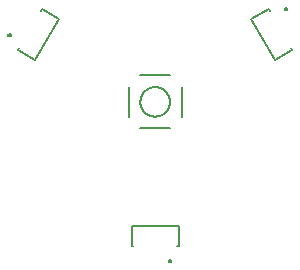
<source format=gto>
G04 EAGLE Gerber RS-274X export*
G75*
%MOMM*%
%FSLAX34Y34*%
%LPD*%
%INTop Silkscreen*%
%IPPOS*%
%AMOC8*
5,1,8,0,0,1.08239X$1,22.5*%
G01*
%ADD10C,0.152400*%
%ADD11C,0.127000*%
%ADD12C,0.200000*%


D10*
X187820Y177500D02*
X212820Y177500D01*
X222820Y167500D02*
X222820Y142500D01*
X177820Y142500D02*
X177820Y167500D01*
X187820Y132500D02*
X212820Y132500D01*
X187820Y155000D02*
X187824Y155307D01*
X187835Y155613D01*
X187854Y155920D01*
X187880Y156225D01*
X187914Y156530D01*
X187955Y156834D01*
X188004Y157137D01*
X188060Y157439D01*
X188124Y157739D01*
X188195Y158037D01*
X188273Y158334D01*
X188358Y158629D01*
X188451Y158921D01*
X188551Y159211D01*
X188658Y159499D01*
X188772Y159784D01*
X188892Y160066D01*
X189020Y160344D01*
X189155Y160620D01*
X189296Y160892D01*
X189444Y161161D01*
X189598Y161426D01*
X189759Y161687D01*
X189927Y161945D01*
X190100Y162198D01*
X190280Y162446D01*
X190466Y162690D01*
X190657Y162930D01*
X190855Y163165D01*
X191058Y163394D01*
X191267Y163619D01*
X191481Y163839D01*
X191701Y164053D01*
X191926Y164262D01*
X192155Y164465D01*
X192390Y164663D01*
X192630Y164854D01*
X192874Y165040D01*
X193122Y165220D01*
X193375Y165393D01*
X193633Y165561D01*
X193894Y165722D01*
X194159Y165876D01*
X194428Y166024D01*
X194700Y166165D01*
X194976Y166300D01*
X195254Y166428D01*
X195536Y166548D01*
X195821Y166662D01*
X196109Y166769D01*
X196399Y166869D01*
X196691Y166962D01*
X196986Y167047D01*
X197283Y167125D01*
X197581Y167196D01*
X197881Y167260D01*
X198183Y167316D01*
X198486Y167365D01*
X198790Y167406D01*
X199095Y167440D01*
X199400Y167466D01*
X199707Y167485D01*
X200013Y167496D01*
X200320Y167500D01*
X200627Y167496D01*
X200933Y167485D01*
X201240Y167466D01*
X201545Y167440D01*
X201850Y167406D01*
X202154Y167365D01*
X202457Y167316D01*
X202759Y167260D01*
X203059Y167196D01*
X203357Y167125D01*
X203654Y167047D01*
X203949Y166962D01*
X204241Y166869D01*
X204531Y166769D01*
X204819Y166662D01*
X205104Y166548D01*
X205386Y166428D01*
X205664Y166300D01*
X205940Y166165D01*
X206212Y166024D01*
X206481Y165876D01*
X206746Y165722D01*
X207007Y165561D01*
X207265Y165393D01*
X207518Y165220D01*
X207766Y165040D01*
X208010Y164854D01*
X208250Y164663D01*
X208485Y164465D01*
X208714Y164262D01*
X208939Y164053D01*
X209159Y163839D01*
X209373Y163619D01*
X209582Y163394D01*
X209785Y163165D01*
X209983Y162930D01*
X210174Y162690D01*
X210360Y162446D01*
X210540Y162198D01*
X210713Y161945D01*
X210881Y161687D01*
X211042Y161426D01*
X211196Y161161D01*
X211344Y160892D01*
X211485Y160620D01*
X211620Y160344D01*
X211748Y160066D01*
X211868Y159784D01*
X211982Y159499D01*
X212089Y159211D01*
X212189Y158921D01*
X212282Y158629D01*
X212367Y158334D01*
X212445Y158037D01*
X212516Y157739D01*
X212580Y157439D01*
X212636Y157137D01*
X212685Y156834D01*
X212726Y156530D01*
X212760Y156225D01*
X212786Y155920D01*
X212805Y155613D01*
X212816Y155307D01*
X212820Y155000D01*
X212816Y154693D01*
X212805Y154387D01*
X212786Y154080D01*
X212760Y153775D01*
X212726Y153470D01*
X212685Y153166D01*
X212636Y152863D01*
X212580Y152561D01*
X212516Y152261D01*
X212445Y151963D01*
X212367Y151666D01*
X212282Y151371D01*
X212189Y151079D01*
X212089Y150789D01*
X211982Y150501D01*
X211868Y150216D01*
X211748Y149934D01*
X211620Y149656D01*
X211485Y149380D01*
X211344Y149108D01*
X211196Y148839D01*
X211042Y148574D01*
X210881Y148313D01*
X210713Y148055D01*
X210540Y147802D01*
X210360Y147554D01*
X210174Y147310D01*
X209983Y147070D01*
X209785Y146835D01*
X209582Y146606D01*
X209373Y146381D01*
X209159Y146161D01*
X208939Y145947D01*
X208714Y145738D01*
X208485Y145535D01*
X208250Y145337D01*
X208010Y145146D01*
X207766Y144960D01*
X207518Y144780D01*
X207265Y144607D01*
X207007Y144439D01*
X206746Y144278D01*
X206481Y144124D01*
X206212Y143976D01*
X205940Y143835D01*
X205664Y143700D01*
X205386Y143572D01*
X205104Y143452D01*
X204819Y143338D01*
X204531Y143231D01*
X204241Y143131D01*
X203949Y143038D01*
X203654Y142953D01*
X203357Y142875D01*
X203059Y142804D01*
X202759Y142740D01*
X202457Y142684D01*
X202154Y142635D01*
X201850Y142594D01*
X201545Y142560D01*
X201240Y142534D01*
X200933Y142515D01*
X200627Y142504D01*
X200320Y142500D01*
X200013Y142504D01*
X199707Y142515D01*
X199400Y142534D01*
X199095Y142560D01*
X198790Y142594D01*
X198486Y142635D01*
X198183Y142684D01*
X197881Y142740D01*
X197581Y142804D01*
X197283Y142875D01*
X196986Y142953D01*
X196691Y143038D01*
X196399Y143131D01*
X196109Y143231D01*
X195821Y143338D01*
X195536Y143452D01*
X195254Y143572D01*
X194976Y143700D01*
X194700Y143835D01*
X194428Y143976D01*
X194159Y144124D01*
X193894Y144278D01*
X193633Y144439D01*
X193375Y144607D01*
X193122Y144780D01*
X192874Y144960D01*
X192630Y145146D01*
X192390Y145337D01*
X192155Y145535D01*
X191926Y145738D01*
X191701Y145947D01*
X191481Y146161D01*
X191267Y146381D01*
X191058Y146606D01*
X190855Y146835D01*
X190657Y147070D01*
X190466Y147310D01*
X190280Y147554D01*
X190100Y147802D01*
X189927Y148055D01*
X189759Y148313D01*
X189598Y148574D01*
X189444Y148839D01*
X189296Y149108D01*
X189155Y149380D01*
X189020Y149656D01*
X188892Y149934D01*
X188772Y150216D01*
X188658Y150501D01*
X188551Y150789D01*
X188451Y151079D01*
X188358Y151371D01*
X188273Y151666D01*
X188195Y151963D01*
X188124Y152261D01*
X188060Y152561D01*
X188004Y152863D01*
X187955Y153166D01*
X187914Y153470D01*
X187880Y153775D01*
X187854Y154080D01*
X187835Y154387D01*
X187824Y154693D01*
X187820Y155000D01*
D11*
X181970Y32500D02*
X180420Y32500D01*
X218670Y32500D02*
X220220Y32500D01*
X220220Y49500D02*
X180420Y49500D01*
X220220Y49500D02*
X220220Y32500D01*
X180420Y32500D02*
X180420Y49500D01*
D12*
X212070Y20000D02*
X212072Y20063D01*
X212078Y20125D01*
X212088Y20187D01*
X212101Y20249D01*
X212119Y20309D01*
X212140Y20368D01*
X212165Y20426D01*
X212194Y20482D01*
X212226Y20536D01*
X212261Y20588D01*
X212299Y20637D01*
X212341Y20685D01*
X212385Y20729D01*
X212433Y20771D01*
X212482Y20809D01*
X212534Y20844D01*
X212588Y20876D01*
X212644Y20905D01*
X212702Y20930D01*
X212761Y20951D01*
X212821Y20969D01*
X212883Y20982D01*
X212945Y20992D01*
X213007Y20998D01*
X213070Y21000D01*
X213133Y20998D01*
X213195Y20992D01*
X213257Y20982D01*
X213319Y20969D01*
X213379Y20951D01*
X213438Y20930D01*
X213496Y20905D01*
X213552Y20876D01*
X213606Y20844D01*
X213658Y20809D01*
X213707Y20771D01*
X213755Y20729D01*
X213799Y20685D01*
X213841Y20637D01*
X213879Y20588D01*
X213914Y20536D01*
X213946Y20482D01*
X213975Y20426D01*
X214000Y20368D01*
X214021Y20309D01*
X214039Y20249D01*
X214052Y20187D01*
X214062Y20125D01*
X214068Y20063D01*
X214070Y20000D01*
X214068Y19937D01*
X214062Y19875D01*
X214052Y19813D01*
X214039Y19751D01*
X214021Y19691D01*
X214000Y19632D01*
X213975Y19574D01*
X213946Y19518D01*
X213914Y19464D01*
X213879Y19412D01*
X213841Y19363D01*
X213799Y19315D01*
X213755Y19271D01*
X213707Y19229D01*
X213658Y19191D01*
X213606Y19156D01*
X213552Y19124D01*
X213496Y19095D01*
X213438Y19070D01*
X213379Y19049D01*
X213319Y19031D01*
X213257Y19018D01*
X213195Y19008D01*
X213133Y19002D01*
X213070Y19000D01*
X213007Y19002D01*
X212945Y19008D01*
X212883Y19018D01*
X212821Y19031D01*
X212761Y19049D01*
X212702Y19070D01*
X212644Y19095D01*
X212588Y19124D01*
X212534Y19156D01*
X212482Y19191D01*
X212433Y19229D01*
X212385Y19271D01*
X212341Y19315D01*
X212299Y19363D01*
X212261Y19412D01*
X212226Y19464D01*
X212194Y19518D01*
X212165Y19574D01*
X212140Y19632D01*
X212119Y19691D01*
X212101Y19751D01*
X212088Y19813D01*
X212078Y19875D01*
X212072Y19937D01*
X212070Y20000D01*
D11*
X103404Y232142D02*
X104179Y233484D01*
X85054Y200358D02*
X84279Y199016D01*
X99001Y190516D02*
X118901Y224984D01*
X99001Y190516D02*
X84279Y199016D01*
X104179Y233484D02*
X118901Y224984D01*
D12*
X76028Y211458D02*
X76030Y211521D01*
X76036Y211583D01*
X76046Y211645D01*
X76059Y211707D01*
X76077Y211767D01*
X76098Y211826D01*
X76123Y211884D01*
X76152Y211940D01*
X76184Y211994D01*
X76219Y212046D01*
X76257Y212095D01*
X76299Y212143D01*
X76343Y212187D01*
X76391Y212229D01*
X76440Y212267D01*
X76492Y212302D01*
X76546Y212334D01*
X76602Y212363D01*
X76660Y212388D01*
X76719Y212409D01*
X76779Y212427D01*
X76841Y212440D01*
X76903Y212450D01*
X76965Y212456D01*
X77028Y212458D01*
X77091Y212456D01*
X77153Y212450D01*
X77215Y212440D01*
X77277Y212427D01*
X77337Y212409D01*
X77396Y212388D01*
X77454Y212363D01*
X77510Y212334D01*
X77564Y212302D01*
X77616Y212267D01*
X77665Y212229D01*
X77713Y212187D01*
X77757Y212143D01*
X77799Y212095D01*
X77837Y212046D01*
X77872Y211994D01*
X77904Y211940D01*
X77933Y211884D01*
X77958Y211826D01*
X77979Y211767D01*
X77997Y211707D01*
X78010Y211645D01*
X78020Y211583D01*
X78026Y211521D01*
X78028Y211458D01*
X78026Y211395D01*
X78020Y211333D01*
X78010Y211271D01*
X77997Y211209D01*
X77979Y211149D01*
X77958Y211090D01*
X77933Y211032D01*
X77904Y210976D01*
X77872Y210922D01*
X77837Y210870D01*
X77799Y210821D01*
X77757Y210773D01*
X77713Y210729D01*
X77665Y210687D01*
X77616Y210649D01*
X77564Y210614D01*
X77510Y210582D01*
X77454Y210553D01*
X77396Y210528D01*
X77337Y210507D01*
X77277Y210489D01*
X77215Y210476D01*
X77153Y210466D01*
X77091Y210460D01*
X77028Y210458D01*
X76965Y210460D01*
X76903Y210466D01*
X76841Y210476D01*
X76779Y210489D01*
X76719Y210507D01*
X76660Y210528D01*
X76602Y210553D01*
X76546Y210582D01*
X76492Y210614D01*
X76440Y210649D01*
X76391Y210687D01*
X76343Y210729D01*
X76299Y210773D01*
X76257Y210821D01*
X76219Y210870D01*
X76184Y210922D01*
X76152Y210976D01*
X76123Y211032D01*
X76098Y211090D01*
X76077Y211149D01*
X76059Y211209D01*
X76046Y211271D01*
X76036Y211333D01*
X76030Y211395D01*
X76028Y211458D01*
D11*
X315586Y200358D02*
X316361Y199016D01*
X297236Y232142D02*
X296461Y233484D01*
X281739Y224984D02*
X301639Y190516D01*
X281739Y224984D02*
X296461Y233484D01*
X316361Y199016D02*
X301639Y190516D01*
D12*
X309862Y233542D02*
X309864Y233605D01*
X309870Y233667D01*
X309880Y233729D01*
X309893Y233791D01*
X309911Y233851D01*
X309932Y233910D01*
X309957Y233968D01*
X309986Y234024D01*
X310018Y234078D01*
X310053Y234130D01*
X310091Y234179D01*
X310133Y234227D01*
X310177Y234271D01*
X310225Y234313D01*
X310274Y234351D01*
X310326Y234386D01*
X310380Y234418D01*
X310436Y234447D01*
X310494Y234472D01*
X310553Y234493D01*
X310613Y234511D01*
X310675Y234524D01*
X310737Y234534D01*
X310799Y234540D01*
X310862Y234542D01*
X310925Y234540D01*
X310987Y234534D01*
X311049Y234524D01*
X311111Y234511D01*
X311171Y234493D01*
X311230Y234472D01*
X311288Y234447D01*
X311344Y234418D01*
X311398Y234386D01*
X311450Y234351D01*
X311499Y234313D01*
X311547Y234271D01*
X311591Y234227D01*
X311633Y234179D01*
X311671Y234130D01*
X311706Y234078D01*
X311738Y234024D01*
X311767Y233968D01*
X311792Y233910D01*
X311813Y233851D01*
X311831Y233791D01*
X311844Y233729D01*
X311854Y233667D01*
X311860Y233605D01*
X311862Y233542D01*
X311860Y233479D01*
X311854Y233417D01*
X311844Y233355D01*
X311831Y233293D01*
X311813Y233233D01*
X311792Y233174D01*
X311767Y233116D01*
X311738Y233060D01*
X311706Y233006D01*
X311671Y232954D01*
X311633Y232905D01*
X311591Y232857D01*
X311547Y232813D01*
X311499Y232771D01*
X311450Y232733D01*
X311398Y232698D01*
X311344Y232666D01*
X311288Y232637D01*
X311230Y232612D01*
X311171Y232591D01*
X311111Y232573D01*
X311049Y232560D01*
X310987Y232550D01*
X310925Y232544D01*
X310862Y232542D01*
X310799Y232544D01*
X310737Y232550D01*
X310675Y232560D01*
X310613Y232573D01*
X310553Y232591D01*
X310494Y232612D01*
X310436Y232637D01*
X310380Y232666D01*
X310326Y232698D01*
X310274Y232733D01*
X310225Y232771D01*
X310177Y232813D01*
X310133Y232857D01*
X310091Y232905D01*
X310053Y232954D01*
X310018Y233006D01*
X309986Y233060D01*
X309957Y233116D01*
X309932Y233174D01*
X309911Y233233D01*
X309893Y233293D01*
X309880Y233355D01*
X309870Y233417D01*
X309864Y233479D01*
X309862Y233542D01*
M02*

</source>
